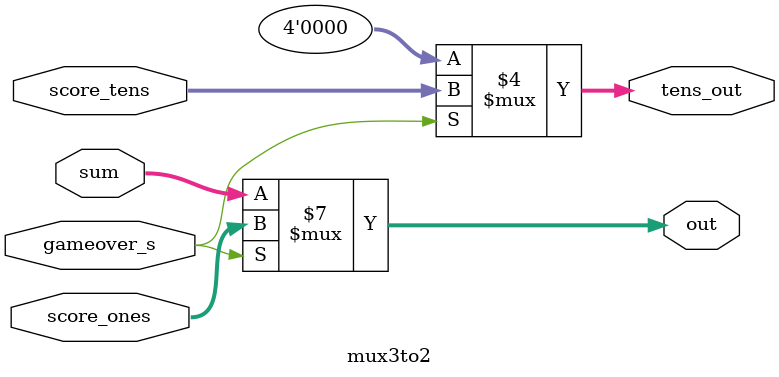
<source format=v>
module mux3to2 (
    sum, score_ones,score_tens, gameover_s, out, tens_out
);
    input [3:0] sum, score_ones, score_tens;
    input gameover_s;
    output reg [3:0] out, tens_out;

    always @(*) begin
        if(gameover_s == 1)begin
            out = score_ones;
            tens_out = score_tens;
        end
        else begin
            out = sum;
            tens_out = 4'd0;
        end
    end
endmodule
</source>
